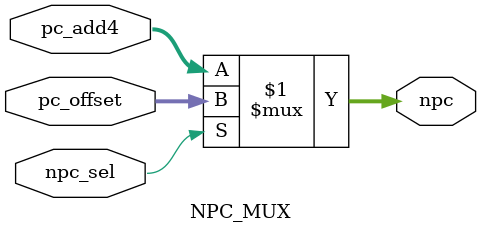
<source format=v>



module NPC_MUX(
    input           [31:0]          pc_add4,
    input           [31:0]          pc_offset,
    input           [ 0:0]          npc_sel,

    output          [31:0]          npc
    );
    //npc_sel为1选pc_offset，为0选pc_add4
    //与BRANCH.v中保持一致
    assign npc = npc_sel?pc_offset:pc_add4;
endmodule

</source>
